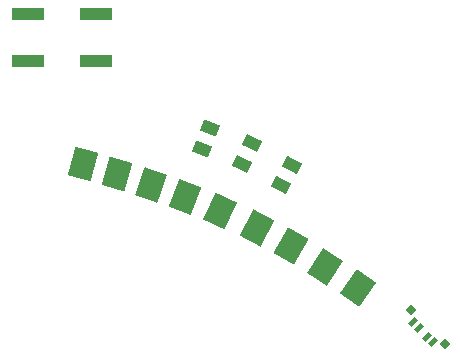
<source format=gbp>
G04*
G04 #@! TF.GenerationSoftware,Altium Limited,Altium Designer,22.1.2 (22)*
G04*
G04 Layer_Color=128*
%FSAX25Y25*%
%MOIN*%
G70*
G04*
G04 #@! TF.SameCoordinates,52840A9D-D297-4D37-91E5-B5F5B050D136*
G04*
G04*
G04 #@! TF.FilePolarity,Positive*
G04*
G01*
G75*
G04:AMPARAMS|DCode=16|XSize=98.43mil|YSize=78.74mil|CornerRadius=0mil|HoleSize=0mil|Usage=FLASHONLY|Rotation=75.000|XOffset=0mil|YOffset=0mil|HoleType=Round|Shape=Rectangle|*
%AMROTATEDRECTD16*
4,1,4,0.02529,-0.05773,-0.05077,-0.03735,-0.02529,0.05773,0.05077,0.03735,0.02529,-0.05773,0.0*
%
%ADD16ROTATEDRECTD16*%

G04:AMPARAMS|DCode=17|XSize=25.98mil|YSize=24.8mil|CornerRadius=0mil|HoleSize=0mil|Usage=FLASHONLY|Rotation=315.000|XOffset=0mil|YOffset=0mil|HoleType=Round|Shape=Rectangle|*
%AMROTATEDRECTD17*
4,1,4,-0.01796,0.00042,-0.00042,0.01796,0.01796,-0.00042,0.00042,-0.01796,-0.01796,0.00042,0.0*
%
%ADD17ROTATEDRECTD17*%

G04:AMPARAMS|DCode=18|XSize=15.75mil|YSize=31.5mil|CornerRadius=0mil|HoleSize=0mil|Usage=FLASHONLY|Rotation=315.000|XOffset=0mil|YOffset=0mil|HoleType=Round|Shape=Rectangle|*
%AMROTATEDRECTD18*
4,1,4,-0.01670,-0.00557,0.00557,0.01670,0.01670,0.00557,-0.00557,-0.01670,-0.01670,-0.00557,0.0*
%
%ADD18ROTATEDRECTD18*%

G04:AMPARAMS|DCode=19|XSize=98.43mil|YSize=78.74mil|CornerRadius=0mil|HoleSize=0mil|Usage=FLASHONLY|Rotation=57.000|XOffset=0mil|YOffset=0mil|HoleType=Round|Shape=Rectangle|*
%AMROTATEDRECTD19*
4,1,4,0.00622,-0.06272,-0.05982,-0.01983,-0.00622,0.06272,0.05982,0.01983,0.00622,-0.06272,0.0*
%
%ADD19ROTATEDRECTD19*%

G04:AMPARAMS|DCode=20|XSize=98.43mil|YSize=78.74mil|CornerRadius=0mil|HoleSize=0mil|Usage=FLASHONLY|Rotation=55.000|XOffset=0mil|YOffset=0mil|HoleType=Round|Shape=Rectangle|*
%AMROTATEDRECTD20*
4,1,4,0.00402,-0.06289,-0.06048,-0.01773,-0.00402,0.06289,0.06048,0.01773,0.00402,-0.06289,0.0*
%
%ADD20ROTATEDRECTD20*%

G04:AMPARAMS|DCode=21|XSize=98.43mil|YSize=78.74mil|CornerRadius=0mil|HoleSize=0mil|Usage=FLASHONLY|Rotation=74.000|XOffset=0mil|YOffset=0mil|HoleType=Round|Shape=Rectangle|*
%AMROTATEDRECTD21*
4,1,4,0.02428,-0.05816,-0.05141,-0.03645,-0.02428,0.05816,0.05141,0.03645,0.02428,-0.05816,0.0*
%
%ADD21ROTATEDRECTD21*%

G04:AMPARAMS|DCode=22|XSize=98.43mil|YSize=78.74mil|CornerRadius=0mil|HoleSize=0mil|Usage=FLASHONLY|Rotation=60.000|XOffset=0mil|YOffset=0mil|HoleType=Round|Shape=Rectangle|*
%AMROTATEDRECTD22*
4,1,4,0.00949,-0.06230,-0.05870,-0.02293,-0.00949,0.06230,0.05870,0.02293,0.00949,-0.06230,0.0*
%
%ADD22ROTATEDRECTD22*%

G04:AMPARAMS|DCode=23|XSize=98.43mil|YSize=78.74mil|CornerRadius=0mil|HoleSize=0mil|Usage=FLASHONLY|Rotation=62.000|XOffset=0mil|YOffset=0mil|HoleType=Round|Shape=Rectangle|*
%AMROTATEDRECTD23*
4,1,4,0.01166,-0.06194,-0.05787,-0.02497,-0.01166,0.06194,0.05787,0.02497,0.01166,-0.06194,0.0*
%
%ADD23ROTATEDRECTD23*%

G04:AMPARAMS|DCode=24|XSize=98.43mil|YSize=78.74mil|CornerRadius=0mil|HoleSize=0mil|Usage=FLASHONLY|Rotation=69.000|XOffset=0mil|YOffset=0mil|HoleType=Round|Shape=Rectangle|*
%AMROTATEDRECTD24*
4,1,4,0.01912,-0.06005,-0.05439,-0.03184,-0.01912,0.06005,0.05439,0.03184,0.01912,-0.06005,0.0*
%
%ADD24ROTATEDRECTD24*%

G04:AMPARAMS|DCode=25|XSize=98.43mil|YSize=78.74mil|CornerRadius=0mil|HoleSize=0mil|Usage=FLASHONLY|Rotation=65.000|XOffset=0mil|YOffset=0mil|HoleType=Round|Shape=Rectangle|*
%AMROTATEDRECTD25*
4,1,4,0.01488,-0.06124,-0.05648,-0.02796,-0.01488,0.06124,0.05648,0.02796,0.01488,-0.06124,0.0*
%
%ADD25ROTATEDRECTD25*%

G04:AMPARAMS|DCode=26|XSize=98.43mil|YSize=78.74mil|CornerRadius=0mil|HoleSize=0mil|Usage=FLASHONLY|Rotation=71.000|XOffset=0mil|YOffset=0mil|HoleType=Round|Shape=Rectangle|*
%AMROTATEDRECTD26*
4,1,4,0.02120,-0.05935,-0.05325,-0.03371,-0.02120,0.05935,0.05325,0.03371,0.02120,-0.05935,0.0*
%
%ADD26ROTATEDRECTD26*%

G04:AMPARAMS|DCode=27|XSize=39.37mil|YSize=57.09mil|CornerRadius=0mil|HoleSize=0mil|Usage=FLASHONLY|Rotation=69.000|XOffset=0mil|YOffset=0mil|HoleType=Round|Shape=Rectangle|*
%AMROTATEDRECTD27*
4,1,4,0.01959,-0.02861,-0.03370,-0.00815,-0.01959,0.02861,0.03370,0.00815,0.01959,-0.02861,0.0*
%
%ADD27ROTATEDRECTD27*%

G04:AMPARAMS|DCode=28|XSize=39.37mil|YSize=57.09mil|CornerRadius=0mil|HoleSize=0mil|Usage=FLASHONLY|Rotation=65.000|XOffset=0mil|YOffset=0mil|HoleType=Round|Shape=Rectangle|*
%AMROTATEDRECTD28*
4,1,4,0.01755,-0.02990,-0.03419,-0.00578,-0.01755,0.02990,0.03419,0.00578,0.01755,-0.02990,0.0*
%
%ADD28ROTATEDRECTD28*%

G04:AMPARAMS|DCode=29|XSize=39.37mil|YSize=57.09mil|CornerRadius=0mil|HoleSize=0mil|Usage=FLASHONLY|Rotation=62.000|XOffset=0mil|YOffset=0mil|HoleType=Round|Shape=Rectangle|*
%AMROTATEDRECTD29*
4,1,4,0.01596,-0.03078,-0.03444,-0.00398,-0.01596,0.03078,0.03444,0.00398,0.01596,-0.03078,0.0*
%
%ADD29ROTATEDRECTD29*%

%ADD31R,0.11024X0.03937*%
D16*
X1199446Y1114475D02*
D03*
D17*
X1320042Y1054546D02*
D03*
X1308795Y1065793D02*
D03*
D18*
X1316159Y1055172D02*
D03*
X1314266Y1057065D02*
D03*
X1311315Y1060016D02*
D03*
X1309422Y1061909D02*
D03*
D19*
X1280214Y1080168D02*
D03*
D20*
X1291246Y1073225D02*
D03*
D21*
X1210646Y1111275D02*
D03*
D22*
X1268796Y1087136D02*
D03*
D23*
X1257446Y1093075D02*
D03*
D24*
X1233346Y1103575D02*
D03*
D25*
X1245125Y1098875D02*
D03*
D26*
X1221946Y1107675D02*
D03*
D27*
X1241888Y1126568D02*
D03*
X1239207Y1119584D02*
D03*
D28*
X1252465Y1114686D02*
D03*
X1255626Y1121465D02*
D03*
D29*
X1269000Y1114178D02*
D03*
X1265488Y1107573D02*
D03*
D31*
X1203782Y1164638D02*
D03*
Y1148890D02*
D03*
X1180948Y1164638D02*
D03*
Y1148890D02*
D03*
M02*

</source>
